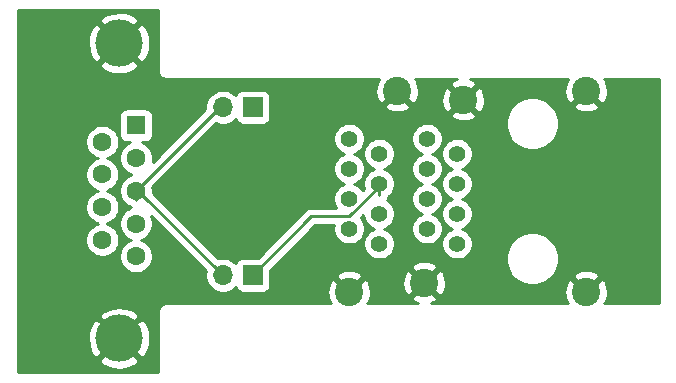
<source format=gbr>
%TF.GenerationSoftware,KiCad,Pcbnew,(5.1.10-1-10_14)*%
%TF.CreationDate,2021-07-06T11:09:29-07:00*%
%TF.ProjectId,BarixAnalogDB9-RJ45,42617269-7841-46e6-916c-6f674442392d,rev?*%
%TF.SameCoordinates,Original*%
%TF.FileFunction,Copper,L2,Bot*%
%TF.FilePolarity,Positive*%
%FSLAX46Y46*%
G04 Gerber Fmt 4.6, Leading zero omitted, Abs format (unit mm)*
G04 Created by KiCad (PCBNEW (5.1.10-1-10_14)) date 2021-07-06 11:09:29*
%MOMM*%
%LPD*%
G01*
G04 APERTURE LIST*
%TA.AperFunction,ComponentPad*%
%ADD10C,1.408000*%
%TD*%
%TA.AperFunction,ComponentPad*%
%ADD11C,2.400000*%
%TD*%
%TA.AperFunction,ComponentPad*%
%ADD12R,1.600000X1.600000*%
%TD*%
%TA.AperFunction,ComponentPad*%
%ADD13C,1.600000*%
%TD*%
%TA.AperFunction,ComponentPad*%
%ADD14C,4.000000*%
%TD*%
%TA.AperFunction,ComponentPad*%
%ADD15R,1.700000X1.700000*%
%TD*%
%TA.AperFunction,ComponentPad*%
%ADD16O,1.700000X1.700000*%
%TD*%
%TA.AperFunction,Conductor*%
%ADD17C,0.250000*%
%TD*%
%TA.AperFunction,Conductor*%
%ADD18C,0.254000*%
%TD*%
%TA.AperFunction,Conductor*%
%ADD19C,0.100000*%
%TD*%
G04 APERTURE END LIST*
D10*
%TO.P,J1,B2*%
%TO.N,Net-(J1-PadB2)*%
X152687000Y-100203000D03*
%TO.P,J1,B4*%
%TO.N,Net-(J1-PadB4)*%
X152687000Y-97663000D03*
%TO.P,J1,B6*%
%TO.N,Net-(J1-PadB6)*%
X152687000Y-95123000D03*
%TO.P,J1,B8*%
%TO.N,N/C*%
X152687000Y-92583000D03*
%TO.P,J1,B7*%
X155227000Y-93853000D03*
%TO.P,J1,B5*%
X155227000Y-96393000D03*
%TO.P,J1,B3*%
%TO.N,Net-(J1-PadB3)*%
X155227000Y-98933000D03*
%TO.P,J1,B1*%
%TO.N,Net-(J1-PadB1)*%
X155227000Y-101473000D03*
D11*
%TO.P,J1,S5*%
%TO.N,GND*%
X166147000Y-105533000D03*
%TO.P,J1,S6*%
X166147000Y-88523000D03*
D10*
%TO.P,J1,A7*%
%TO.N,N/C*%
X146087000Y-100203000D03*
%TO.P,J1,A5*%
X146087000Y-97663000D03*
%TO.P,J1,A3*%
%TO.N,Net-(J1-PadA3)*%
X146087000Y-95123000D03*
%TO.P,J1,A1*%
%TO.N,Net-(J1-PadA1)*%
X146087000Y-92583000D03*
%TO.P,J1,A2*%
%TO.N,Net-(J1-PadA2)*%
X148627000Y-93853000D03*
%TO.P,J1,A4*%
%TO.N,Net-(J1-PadA4)*%
X148627000Y-96393000D03*
%TO.P,J1,A6*%
%TO.N,Net-(J1-PadA6)*%
X148627000Y-98933000D03*
%TO.P,J1,A8*%
%TO.N,N/C*%
X148627000Y-101473000D03*
D11*
%TO.P,J1,S1*%
%TO.N,GND*%
X146087000Y-105533000D03*
%TO.P,J1,S3*%
X152437000Y-104773000D03*
%TO.P,J1,S4*%
X155737000Y-89283000D03*
%TO.P,J1,S2*%
X150147000Y-88523000D03*
%TD*%
D12*
%TO.P,J2,1*%
%TO.N,Net-(J1-PadA1)*%
X128027001Y-91460339D03*
D13*
%TO.P,J2,2*%
%TO.N,Net-(J1-PadA2)*%
X128027001Y-94230339D03*
%TO.P,J2,3*%
%TO.N,Net-(J2-Pad3)*%
X128027001Y-97000339D03*
%TO.P,J2,4*%
%TO.N,Net-(J1-PadB3)*%
X128027001Y-99770339D03*
%TO.P,J2,5*%
%TO.N,Net-(J1-PadB6)*%
X128027001Y-102540339D03*
%TO.P,J2,6*%
%TO.N,Net-(J1-PadA3)*%
X125187001Y-92845339D03*
%TO.P,J2,7*%
%TO.N,Net-(J1-PadA6)*%
X125187001Y-95615339D03*
%TO.P,J2,8*%
%TO.N,Net-(J1-PadB1)*%
X125187001Y-98385339D03*
%TO.P,J2,9*%
%TO.N,Net-(J1-PadB2)*%
X125187001Y-101155339D03*
D14*
%TO.P,J2,0*%
%TO.N,GND*%
X126607001Y-84500339D03*
X126607001Y-109500339D03*
%TD*%
D15*
%TO.P,JP1,1*%
%TO.N,Net-(J1-PadA4)*%
X137922000Y-104140000D03*
D16*
%TO.P,JP1,2*%
%TO.N,Net-(J2-Pad3)*%
X135382000Y-104140000D03*
%TD*%
%TO.P,JP2,2*%
%TO.N,Net-(J2-Pad3)*%
X135382000Y-89916000D03*
D15*
%TO.P,JP2,1*%
%TO.N,Net-(J1-PadB4)*%
X137922000Y-89916000D03*
%TD*%
D17*
%TO.N,Net-(J1-PadA4)*%
X148627000Y-96393000D02*
X148627000Y-97388606D01*
X148627000Y-96645922D02*
X148627000Y-96393000D01*
X146098923Y-99173999D02*
X148627000Y-96645922D01*
X142888001Y-99173999D02*
X146098923Y-99173999D01*
X137922000Y-104140000D02*
X142888001Y-99173999D01*
%TO.N,Net-(J2-Pad3)*%
X128027001Y-97801001D02*
X128027001Y-97000339D01*
X128027001Y-97000339D02*
X135382000Y-89645340D01*
X128242339Y-97000339D02*
X128027001Y-97000339D01*
X135382000Y-104140000D02*
X128242339Y-97000339D01*
%TD*%
D18*
%TO.N,GND*%
X129896001Y-86835571D02*
X129892807Y-86868000D01*
X129905550Y-86997383D01*
X129943290Y-87121793D01*
X130004575Y-87236450D01*
X130087052Y-87336948D01*
X130187550Y-87419425D01*
X130302207Y-87480710D01*
X130426617Y-87518450D01*
X130523581Y-87528000D01*
X130556000Y-87531193D01*
X130588419Y-87528000D01*
X148623402Y-87528000D01*
X148584164Y-87544514D01*
X148423301Y-87868210D01*
X148328678Y-88217069D01*
X148303933Y-88577684D01*
X148350015Y-88936198D01*
X148465154Y-89278833D01*
X148584164Y-89501486D01*
X148869020Y-89621374D01*
X149967395Y-88523000D01*
X149953252Y-88508858D01*
X150132858Y-88329252D01*
X150147000Y-88343395D01*
X150161142Y-88329252D01*
X150340748Y-88508858D01*
X150326605Y-88523000D01*
X151424980Y-89621374D01*
X151709836Y-89501486D01*
X151791238Y-89337684D01*
X153893933Y-89337684D01*
X153940015Y-89696198D01*
X154055154Y-90038833D01*
X154174164Y-90261486D01*
X154459020Y-90381374D01*
X155557395Y-89283000D01*
X155916605Y-89283000D01*
X157014980Y-90381374D01*
X157299836Y-90261486D01*
X157460699Y-89937790D01*
X157555322Y-89588931D01*
X157580067Y-89228316D01*
X157533985Y-88869802D01*
X157418846Y-88527167D01*
X157299836Y-88304514D01*
X157014980Y-88184626D01*
X155916605Y-89283000D01*
X155557395Y-89283000D01*
X154459020Y-88184626D01*
X154174164Y-88304514D01*
X154013301Y-88628210D01*
X153918678Y-88977069D01*
X153893933Y-89337684D01*
X151791238Y-89337684D01*
X151870699Y-89177790D01*
X151965322Y-88828931D01*
X151990067Y-88468316D01*
X151943985Y-88109802D01*
X151828846Y-87767167D01*
X151709836Y-87544514D01*
X151670598Y-87528000D01*
X155198861Y-87528000D01*
X154981167Y-87601154D01*
X154758514Y-87720164D01*
X154638626Y-88005020D01*
X155737000Y-89103395D01*
X156835374Y-88005020D01*
X156715486Y-87720164D01*
X156391790Y-87559301D01*
X156276389Y-87528000D01*
X164623402Y-87528000D01*
X164584164Y-87544514D01*
X164423301Y-87868210D01*
X164328678Y-88217069D01*
X164303933Y-88577684D01*
X164350015Y-88936198D01*
X164465154Y-89278833D01*
X164584164Y-89501486D01*
X164869020Y-89621374D01*
X165967395Y-88523000D01*
X165953252Y-88508858D01*
X166132858Y-88329252D01*
X166147000Y-88343395D01*
X166161142Y-88329252D01*
X166340748Y-88508858D01*
X166326605Y-88523000D01*
X167424980Y-89621374D01*
X167709836Y-89501486D01*
X167870699Y-89177790D01*
X167965322Y-88828931D01*
X167990067Y-88468316D01*
X167943985Y-88109802D01*
X167828846Y-87767167D01*
X167709836Y-87544514D01*
X167670598Y-87528000D01*
X172314000Y-87528000D01*
X172314001Y-106528000D01*
X167670598Y-106528000D01*
X167709836Y-106511486D01*
X167870699Y-106187790D01*
X167965322Y-105838931D01*
X167990067Y-105478316D01*
X167943985Y-105119802D01*
X167828846Y-104777167D01*
X167709836Y-104554514D01*
X167424980Y-104434626D01*
X166326605Y-105533000D01*
X166340748Y-105547142D01*
X166161142Y-105726748D01*
X166147000Y-105712605D01*
X166132858Y-105726748D01*
X165953252Y-105547142D01*
X165967395Y-105533000D01*
X164869020Y-104434626D01*
X164584164Y-104554514D01*
X164423301Y-104878210D01*
X164328678Y-105227069D01*
X164303933Y-105587684D01*
X164350015Y-105946198D01*
X164465154Y-106288833D01*
X164584164Y-106511486D01*
X164623402Y-106528000D01*
X152975139Y-106528000D01*
X153192833Y-106454846D01*
X153415486Y-106335836D01*
X153535374Y-106050980D01*
X152437000Y-104952605D01*
X151338626Y-106050980D01*
X151458514Y-106335836D01*
X151782210Y-106496699D01*
X151897611Y-106528000D01*
X147610598Y-106528000D01*
X147649836Y-106511486D01*
X147810699Y-106187790D01*
X147905322Y-105838931D01*
X147930067Y-105478316D01*
X147883985Y-105119802D01*
X147785822Y-104827684D01*
X150593933Y-104827684D01*
X150640015Y-105186198D01*
X150755154Y-105528833D01*
X150874164Y-105751486D01*
X151159020Y-105871374D01*
X152257395Y-104773000D01*
X152616605Y-104773000D01*
X153714980Y-105871374D01*
X153999836Y-105751486D01*
X154160699Y-105427790D01*
X154255322Y-105078931D01*
X154280067Y-104718316D01*
X154233985Y-104359802D01*
X154118846Y-104017167D01*
X153999836Y-103794514D01*
X153714980Y-103674626D01*
X152616605Y-104773000D01*
X152257395Y-104773000D01*
X151159020Y-103674626D01*
X150874164Y-103794514D01*
X150713301Y-104118210D01*
X150618678Y-104467069D01*
X150593933Y-104827684D01*
X147785822Y-104827684D01*
X147768846Y-104777167D01*
X147649836Y-104554514D01*
X147364980Y-104434626D01*
X146266605Y-105533000D01*
X146280748Y-105547142D01*
X146101142Y-105726748D01*
X146087000Y-105712605D01*
X146072858Y-105726748D01*
X145893252Y-105547142D01*
X145907395Y-105533000D01*
X144809020Y-104434626D01*
X144524164Y-104554514D01*
X144363301Y-104878210D01*
X144268678Y-105227069D01*
X144243933Y-105587684D01*
X144290015Y-105946198D01*
X144405154Y-106288833D01*
X144524164Y-106511486D01*
X144563402Y-106528000D01*
X130588419Y-106528000D01*
X130556000Y-106524807D01*
X130523581Y-106528000D01*
X130426617Y-106537550D01*
X130302207Y-106575290D01*
X130187550Y-106636575D01*
X130087052Y-106719052D01*
X130004575Y-106819550D01*
X129943290Y-106934207D01*
X129905550Y-107058617D01*
X129892807Y-107188000D01*
X129896000Y-107220419D01*
X129896001Y-112370000D01*
X118008000Y-112370000D01*
X118008000Y-111347838D01*
X124939107Y-111347838D01*
X125155229Y-111714597D01*
X125615106Y-111955277D01*
X126113099Y-112101614D01*
X126630072Y-112147987D01*
X127146160Y-112092612D01*
X127641527Y-111937618D01*
X128058773Y-111714597D01*
X128274895Y-111347838D01*
X126607001Y-109679944D01*
X124939107Y-111347838D01*
X118008000Y-111347838D01*
X118008000Y-109523410D01*
X123959353Y-109523410D01*
X124014728Y-110039498D01*
X124169722Y-110534865D01*
X124392743Y-110952111D01*
X124759502Y-111168233D01*
X126427396Y-109500339D01*
X126786606Y-109500339D01*
X128454500Y-111168233D01*
X128821259Y-110952111D01*
X129061939Y-110492234D01*
X129208276Y-109994241D01*
X129254649Y-109477268D01*
X129199274Y-108961180D01*
X129044280Y-108465813D01*
X128821259Y-108048567D01*
X128454500Y-107832445D01*
X126786606Y-109500339D01*
X126427396Y-109500339D01*
X124759502Y-107832445D01*
X124392743Y-108048567D01*
X124152063Y-108508444D01*
X124005726Y-109006437D01*
X123959353Y-109523410D01*
X118008000Y-109523410D01*
X118008000Y-107652840D01*
X124939107Y-107652840D01*
X126607001Y-109320734D01*
X128274895Y-107652840D01*
X128058773Y-107286081D01*
X127598896Y-107045401D01*
X127100903Y-106899064D01*
X126583930Y-106852691D01*
X126067842Y-106908066D01*
X125572475Y-107063060D01*
X125155229Y-107286081D01*
X124939107Y-107652840D01*
X118008000Y-107652840D01*
X118008000Y-92704004D01*
X123752001Y-92704004D01*
X123752001Y-92986674D01*
X123807148Y-93263913D01*
X123915321Y-93525066D01*
X124072364Y-93760098D01*
X124272242Y-93959976D01*
X124507274Y-94117019D01*
X124768427Y-94225192D01*
X124794302Y-94230339D01*
X124768427Y-94235486D01*
X124507274Y-94343659D01*
X124272242Y-94500702D01*
X124072364Y-94700580D01*
X123915321Y-94935612D01*
X123807148Y-95196765D01*
X123752001Y-95474004D01*
X123752001Y-95756674D01*
X123807148Y-96033913D01*
X123915321Y-96295066D01*
X124072364Y-96530098D01*
X124272242Y-96729976D01*
X124507274Y-96887019D01*
X124768427Y-96995192D01*
X124794302Y-97000339D01*
X124768427Y-97005486D01*
X124507274Y-97113659D01*
X124272242Y-97270702D01*
X124072364Y-97470580D01*
X123915321Y-97705612D01*
X123807148Y-97966765D01*
X123752001Y-98244004D01*
X123752001Y-98526674D01*
X123807148Y-98803913D01*
X123915321Y-99065066D01*
X124072364Y-99300098D01*
X124272242Y-99499976D01*
X124507274Y-99657019D01*
X124768427Y-99765192D01*
X124794302Y-99770339D01*
X124768427Y-99775486D01*
X124507274Y-99883659D01*
X124272242Y-100040702D01*
X124072364Y-100240580D01*
X123915321Y-100475612D01*
X123807148Y-100736765D01*
X123752001Y-101014004D01*
X123752001Y-101296674D01*
X123807148Y-101573913D01*
X123915321Y-101835066D01*
X124072364Y-102070098D01*
X124272242Y-102269976D01*
X124507274Y-102427019D01*
X124768427Y-102535192D01*
X125045666Y-102590339D01*
X125328336Y-102590339D01*
X125605575Y-102535192D01*
X125866728Y-102427019D01*
X126101760Y-102269976D01*
X126301638Y-102070098D01*
X126458681Y-101835066D01*
X126566854Y-101573913D01*
X126622001Y-101296674D01*
X126622001Y-101014004D01*
X126566854Y-100736765D01*
X126458681Y-100475612D01*
X126301638Y-100240580D01*
X126101760Y-100040702D01*
X125866728Y-99883659D01*
X125605575Y-99775486D01*
X125579700Y-99770339D01*
X125605575Y-99765192D01*
X125866728Y-99657019D01*
X126101760Y-99499976D01*
X126301638Y-99300098D01*
X126458681Y-99065066D01*
X126566854Y-98803913D01*
X126622001Y-98526674D01*
X126622001Y-98244004D01*
X126566854Y-97966765D01*
X126458681Y-97705612D01*
X126301638Y-97470580D01*
X126101760Y-97270702D01*
X125866728Y-97113659D01*
X125605575Y-97005486D01*
X125579700Y-97000339D01*
X125605575Y-96995192D01*
X125866728Y-96887019D01*
X126101760Y-96729976D01*
X126301638Y-96530098D01*
X126458681Y-96295066D01*
X126566854Y-96033913D01*
X126622001Y-95756674D01*
X126622001Y-95474004D01*
X126566854Y-95196765D01*
X126458681Y-94935612D01*
X126301638Y-94700580D01*
X126101760Y-94500702D01*
X125866728Y-94343659D01*
X125605575Y-94235486D01*
X125579700Y-94230339D01*
X125605575Y-94225192D01*
X125866728Y-94117019D01*
X126101760Y-93959976D01*
X126301638Y-93760098D01*
X126458681Y-93525066D01*
X126566854Y-93263913D01*
X126622001Y-92986674D01*
X126622001Y-92704004D01*
X126566854Y-92426765D01*
X126458681Y-92165612D01*
X126301638Y-91930580D01*
X126101760Y-91730702D01*
X125866728Y-91573659D01*
X125605575Y-91465486D01*
X125328336Y-91410339D01*
X125045666Y-91410339D01*
X124768427Y-91465486D01*
X124507274Y-91573659D01*
X124272242Y-91730702D01*
X124072364Y-91930580D01*
X123915321Y-92165612D01*
X123807148Y-92426765D01*
X123752001Y-92704004D01*
X118008000Y-92704004D01*
X118008000Y-90660339D01*
X126588929Y-90660339D01*
X126588929Y-92260339D01*
X126601189Y-92384821D01*
X126637499Y-92504519D01*
X126696464Y-92614833D01*
X126775816Y-92711524D01*
X126872507Y-92790876D01*
X126982821Y-92849841D01*
X127102519Y-92886151D01*
X127227001Y-92898411D01*
X127492726Y-92898411D01*
X127347274Y-92958659D01*
X127112242Y-93115702D01*
X126912364Y-93315580D01*
X126755321Y-93550612D01*
X126647148Y-93811765D01*
X126592001Y-94089004D01*
X126592001Y-94371674D01*
X126647148Y-94648913D01*
X126755321Y-94910066D01*
X126912364Y-95145098D01*
X127112242Y-95344976D01*
X127347274Y-95502019D01*
X127608427Y-95610192D01*
X127634302Y-95615339D01*
X127608427Y-95620486D01*
X127347274Y-95728659D01*
X127112242Y-95885702D01*
X126912364Y-96085580D01*
X126755321Y-96320612D01*
X126647148Y-96581765D01*
X126592001Y-96859004D01*
X126592001Y-97141674D01*
X126647148Y-97418913D01*
X126755321Y-97680066D01*
X126912364Y-97915098D01*
X127112242Y-98114976D01*
X127347274Y-98272019D01*
X127473191Y-98324175D01*
X127487000Y-98341002D01*
X127567801Y-98407314D01*
X127347274Y-98498659D01*
X127112242Y-98655702D01*
X126912364Y-98855580D01*
X126755321Y-99090612D01*
X126647148Y-99351765D01*
X126592001Y-99629004D01*
X126592001Y-99911674D01*
X126647148Y-100188913D01*
X126755321Y-100450066D01*
X126912364Y-100685098D01*
X127112242Y-100884976D01*
X127347274Y-101042019D01*
X127608427Y-101150192D01*
X127634302Y-101155339D01*
X127608427Y-101160486D01*
X127347274Y-101268659D01*
X127112242Y-101425702D01*
X126912364Y-101625580D01*
X126755321Y-101860612D01*
X126647148Y-102121765D01*
X126592001Y-102399004D01*
X126592001Y-102681674D01*
X126647148Y-102958913D01*
X126755321Y-103220066D01*
X126912364Y-103455098D01*
X127112242Y-103654976D01*
X127347274Y-103812019D01*
X127608427Y-103920192D01*
X127885666Y-103975339D01*
X128168336Y-103975339D01*
X128445575Y-103920192D01*
X128706728Y-103812019D01*
X128941760Y-103654976D01*
X129141638Y-103455098D01*
X129298681Y-103220066D01*
X129406854Y-102958913D01*
X129462001Y-102681674D01*
X129462001Y-102399004D01*
X129406854Y-102121765D01*
X129298681Y-101860612D01*
X129141638Y-101625580D01*
X128941760Y-101425702D01*
X128706728Y-101268659D01*
X128445575Y-101160486D01*
X128419700Y-101155339D01*
X128445575Y-101150192D01*
X128706728Y-101042019D01*
X128941760Y-100884976D01*
X129141638Y-100685098D01*
X129298681Y-100450066D01*
X129406854Y-100188913D01*
X129462001Y-99911674D01*
X129462001Y-99629004D01*
X129406854Y-99351765D01*
X129327581Y-99160382D01*
X133940790Y-103773593D01*
X133897000Y-103993740D01*
X133897000Y-104286260D01*
X133954068Y-104573158D01*
X134066010Y-104843411D01*
X134228525Y-105086632D01*
X134435368Y-105293475D01*
X134678589Y-105455990D01*
X134948842Y-105567932D01*
X135235740Y-105625000D01*
X135528260Y-105625000D01*
X135815158Y-105567932D01*
X136085411Y-105455990D01*
X136328632Y-105293475D01*
X136460487Y-105161620D01*
X136482498Y-105234180D01*
X136541463Y-105344494D01*
X136620815Y-105441185D01*
X136717506Y-105520537D01*
X136827820Y-105579502D01*
X136947518Y-105615812D01*
X137072000Y-105628072D01*
X138772000Y-105628072D01*
X138896482Y-105615812D01*
X139016180Y-105579502D01*
X139126494Y-105520537D01*
X139223185Y-105441185D01*
X139302537Y-105344494D01*
X139361502Y-105234180D01*
X139397812Y-105114482D01*
X139410072Y-104990000D01*
X139410072Y-104255020D01*
X144988626Y-104255020D01*
X146087000Y-105353395D01*
X147185374Y-104255020D01*
X147065486Y-103970164D01*
X146741790Y-103809301D01*
X146392931Y-103714678D01*
X146032316Y-103689933D01*
X145673802Y-103736015D01*
X145331167Y-103851154D01*
X145108514Y-103970164D01*
X144988626Y-104255020D01*
X139410072Y-104255020D01*
X139410072Y-103726729D01*
X139641781Y-103495020D01*
X151338626Y-103495020D01*
X152437000Y-104593395D01*
X153535374Y-103495020D01*
X153415486Y-103210164D01*
X153091790Y-103049301D01*
X152742931Y-102954678D01*
X152382316Y-102929933D01*
X152023802Y-102976015D01*
X151681167Y-103091154D01*
X151458514Y-103210164D01*
X151338626Y-103495020D01*
X139641781Y-103495020D01*
X143202803Y-99933999D01*
X144775275Y-99933999D01*
X144748000Y-100071120D01*
X144748000Y-100334880D01*
X144799457Y-100593572D01*
X144900393Y-100837254D01*
X145046931Y-101056563D01*
X145233437Y-101243069D01*
X145452746Y-101389607D01*
X145696428Y-101490543D01*
X145955120Y-101542000D01*
X146218880Y-101542000D01*
X146477572Y-101490543D01*
X146721254Y-101389607D01*
X146940563Y-101243069D01*
X147127069Y-101056563D01*
X147273607Y-100837254D01*
X147374543Y-100593572D01*
X147426000Y-100334880D01*
X147426000Y-100071120D01*
X147374543Y-99812428D01*
X147273607Y-99568746D01*
X147127069Y-99349437D01*
X147062678Y-99285046D01*
X147288000Y-99059723D01*
X147288000Y-99064880D01*
X147339457Y-99323572D01*
X147440393Y-99567254D01*
X147586931Y-99786563D01*
X147773437Y-99973069D01*
X147992746Y-100119607D01*
X148194075Y-100203000D01*
X147992746Y-100286393D01*
X147773437Y-100432931D01*
X147586931Y-100619437D01*
X147440393Y-100838746D01*
X147339457Y-101082428D01*
X147288000Y-101341120D01*
X147288000Y-101604880D01*
X147339457Y-101863572D01*
X147440393Y-102107254D01*
X147586931Y-102326563D01*
X147773437Y-102513069D01*
X147992746Y-102659607D01*
X148236428Y-102760543D01*
X148495120Y-102812000D01*
X148758880Y-102812000D01*
X149017572Y-102760543D01*
X149261254Y-102659607D01*
X149480563Y-102513069D01*
X149667069Y-102326563D01*
X149813607Y-102107254D01*
X149914543Y-101863572D01*
X149966000Y-101604880D01*
X149966000Y-101341120D01*
X149914543Y-101082428D01*
X149813607Y-100838746D01*
X149667069Y-100619437D01*
X149480563Y-100432931D01*
X149261254Y-100286393D01*
X149059925Y-100203000D01*
X149261254Y-100119607D01*
X149480563Y-99973069D01*
X149667069Y-99786563D01*
X149813607Y-99567254D01*
X149914543Y-99323572D01*
X149966000Y-99064880D01*
X149966000Y-98801120D01*
X149914543Y-98542428D01*
X149813607Y-98298746D01*
X149667069Y-98079437D01*
X149480563Y-97892931D01*
X149287971Y-97764245D01*
X149332546Y-97680853D01*
X149376003Y-97537592D01*
X149379657Y-97500492D01*
X149480563Y-97433069D01*
X149667069Y-97246563D01*
X149813607Y-97027254D01*
X149914543Y-96783572D01*
X149966000Y-96524880D01*
X149966000Y-96261120D01*
X149914543Y-96002428D01*
X149813607Y-95758746D01*
X149667069Y-95539437D01*
X149480563Y-95352931D01*
X149261254Y-95206393D01*
X149059925Y-95123000D01*
X149261254Y-95039607D01*
X149480563Y-94893069D01*
X149667069Y-94706563D01*
X149813607Y-94487254D01*
X149914543Y-94243572D01*
X149966000Y-93984880D01*
X149966000Y-93721120D01*
X149914543Y-93462428D01*
X149813607Y-93218746D01*
X149667069Y-92999437D01*
X149480563Y-92812931D01*
X149261254Y-92666393D01*
X149017572Y-92565457D01*
X148758880Y-92514000D01*
X148495120Y-92514000D01*
X148236428Y-92565457D01*
X147992746Y-92666393D01*
X147773437Y-92812931D01*
X147586931Y-92999437D01*
X147440393Y-93218746D01*
X147339457Y-93462428D01*
X147288000Y-93721120D01*
X147288000Y-93984880D01*
X147339457Y-94243572D01*
X147440393Y-94487254D01*
X147586931Y-94706563D01*
X147773437Y-94893069D01*
X147992746Y-95039607D01*
X148194075Y-95123000D01*
X147992746Y-95206393D01*
X147773437Y-95352931D01*
X147586931Y-95539437D01*
X147440393Y-95758746D01*
X147339457Y-96002428D01*
X147288000Y-96261120D01*
X147288000Y-96524880D01*
X147339457Y-96783572D01*
X147361451Y-96836670D01*
X147231857Y-96966263D01*
X147127069Y-96809437D01*
X146940563Y-96622931D01*
X146721254Y-96476393D01*
X146519925Y-96393000D01*
X146721254Y-96309607D01*
X146940563Y-96163069D01*
X147127069Y-95976563D01*
X147273607Y-95757254D01*
X147374543Y-95513572D01*
X147426000Y-95254880D01*
X147426000Y-94991120D01*
X147374543Y-94732428D01*
X147273607Y-94488746D01*
X147127069Y-94269437D01*
X146940563Y-94082931D01*
X146721254Y-93936393D01*
X146519925Y-93853000D01*
X146721254Y-93769607D01*
X146940563Y-93623069D01*
X147127069Y-93436563D01*
X147273607Y-93217254D01*
X147374543Y-92973572D01*
X147426000Y-92714880D01*
X147426000Y-92451120D01*
X151348000Y-92451120D01*
X151348000Y-92714880D01*
X151399457Y-92973572D01*
X151500393Y-93217254D01*
X151646931Y-93436563D01*
X151833437Y-93623069D01*
X152052746Y-93769607D01*
X152254075Y-93853000D01*
X152052746Y-93936393D01*
X151833437Y-94082931D01*
X151646931Y-94269437D01*
X151500393Y-94488746D01*
X151399457Y-94732428D01*
X151348000Y-94991120D01*
X151348000Y-95254880D01*
X151399457Y-95513572D01*
X151500393Y-95757254D01*
X151646931Y-95976563D01*
X151833437Y-96163069D01*
X152052746Y-96309607D01*
X152254075Y-96393000D01*
X152052746Y-96476393D01*
X151833437Y-96622931D01*
X151646931Y-96809437D01*
X151500393Y-97028746D01*
X151399457Y-97272428D01*
X151348000Y-97531120D01*
X151348000Y-97794880D01*
X151399457Y-98053572D01*
X151500393Y-98297254D01*
X151646931Y-98516563D01*
X151833437Y-98703069D01*
X152052746Y-98849607D01*
X152254075Y-98933000D01*
X152052746Y-99016393D01*
X151833437Y-99162931D01*
X151646931Y-99349437D01*
X151500393Y-99568746D01*
X151399457Y-99812428D01*
X151348000Y-100071120D01*
X151348000Y-100334880D01*
X151399457Y-100593572D01*
X151500393Y-100837254D01*
X151646931Y-101056563D01*
X151833437Y-101243069D01*
X152052746Y-101389607D01*
X152296428Y-101490543D01*
X152555120Y-101542000D01*
X152818880Y-101542000D01*
X153077572Y-101490543D01*
X153321254Y-101389607D01*
X153540563Y-101243069D01*
X153727069Y-101056563D01*
X153873607Y-100837254D01*
X153974543Y-100593572D01*
X154026000Y-100334880D01*
X154026000Y-100071120D01*
X153974543Y-99812428D01*
X153873607Y-99568746D01*
X153727069Y-99349437D01*
X153540563Y-99162931D01*
X153321254Y-99016393D01*
X153119925Y-98933000D01*
X153321254Y-98849607D01*
X153540563Y-98703069D01*
X153727069Y-98516563D01*
X153873607Y-98297254D01*
X153974543Y-98053572D01*
X154026000Y-97794880D01*
X154026000Y-97531120D01*
X153974543Y-97272428D01*
X153873607Y-97028746D01*
X153727069Y-96809437D01*
X153540563Y-96622931D01*
X153321254Y-96476393D01*
X153119925Y-96393000D01*
X153321254Y-96309607D01*
X153540563Y-96163069D01*
X153727069Y-95976563D01*
X153873607Y-95757254D01*
X153974543Y-95513572D01*
X154026000Y-95254880D01*
X154026000Y-94991120D01*
X153974543Y-94732428D01*
X153873607Y-94488746D01*
X153727069Y-94269437D01*
X153540563Y-94082931D01*
X153321254Y-93936393D01*
X153119925Y-93853000D01*
X153321254Y-93769607D01*
X153393819Y-93721120D01*
X153888000Y-93721120D01*
X153888000Y-93984880D01*
X153939457Y-94243572D01*
X154040393Y-94487254D01*
X154186931Y-94706563D01*
X154373437Y-94893069D01*
X154592746Y-95039607D01*
X154794075Y-95123000D01*
X154592746Y-95206393D01*
X154373437Y-95352931D01*
X154186931Y-95539437D01*
X154040393Y-95758746D01*
X153939457Y-96002428D01*
X153888000Y-96261120D01*
X153888000Y-96524880D01*
X153939457Y-96783572D01*
X154040393Y-97027254D01*
X154186931Y-97246563D01*
X154373437Y-97433069D01*
X154592746Y-97579607D01*
X154794075Y-97663000D01*
X154592746Y-97746393D01*
X154373437Y-97892931D01*
X154186931Y-98079437D01*
X154040393Y-98298746D01*
X153939457Y-98542428D01*
X153888000Y-98801120D01*
X153888000Y-99064880D01*
X153939457Y-99323572D01*
X154040393Y-99567254D01*
X154186931Y-99786563D01*
X154373437Y-99973069D01*
X154592746Y-100119607D01*
X154794075Y-100203000D01*
X154592746Y-100286393D01*
X154373437Y-100432931D01*
X154186931Y-100619437D01*
X154040393Y-100838746D01*
X153939457Y-101082428D01*
X153888000Y-101341120D01*
X153888000Y-101604880D01*
X153939457Y-101863572D01*
X154040393Y-102107254D01*
X154186931Y-102326563D01*
X154373437Y-102513069D01*
X154592746Y-102659607D01*
X154836428Y-102760543D01*
X155095120Y-102812000D01*
X155358880Y-102812000D01*
X155617572Y-102760543D01*
X155861254Y-102659607D01*
X156069577Y-102520409D01*
X159317000Y-102520409D01*
X159317000Y-102965591D01*
X159403851Y-103402218D01*
X159574214Y-103813511D01*
X159821544Y-104183666D01*
X160136334Y-104498456D01*
X160506489Y-104745786D01*
X160917782Y-104916149D01*
X161354409Y-105003000D01*
X161799591Y-105003000D01*
X162236218Y-104916149D01*
X162647511Y-104745786D01*
X163017666Y-104498456D01*
X163261102Y-104255020D01*
X165048626Y-104255020D01*
X166147000Y-105353395D01*
X167245374Y-104255020D01*
X167125486Y-103970164D01*
X166801790Y-103809301D01*
X166452931Y-103714678D01*
X166092316Y-103689933D01*
X165733802Y-103736015D01*
X165391167Y-103851154D01*
X165168514Y-103970164D01*
X165048626Y-104255020D01*
X163261102Y-104255020D01*
X163332456Y-104183666D01*
X163579786Y-103813511D01*
X163750149Y-103402218D01*
X163837000Y-102965591D01*
X163837000Y-102520409D01*
X163750149Y-102083782D01*
X163579786Y-101672489D01*
X163332456Y-101302334D01*
X163017666Y-100987544D01*
X162647511Y-100740214D01*
X162236218Y-100569851D01*
X161799591Y-100483000D01*
X161354409Y-100483000D01*
X160917782Y-100569851D01*
X160506489Y-100740214D01*
X160136334Y-100987544D01*
X159821544Y-101302334D01*
X159574214Y-101672489D01*
X159403851Y-102083782D01*
X159317000Y-102520409D01*
X156069577Y-102520409D01*
X156080563Y-102513069D01*
X156267069Y-102326563D01*
X156413607Y-102107254D01*
X156514543Y-101863572D01*
X156566000Y-101604880D01*
X156566000Y-101341120D01*
X156514543Y-101082428D01*
X156413607Y-100838746D01*
X156267069Y-100619437D01*
X156080563Y-100432931D01*
X155861254Y-100286393D01*
X155659925Y-100203000D01*
X155861254Y-100119607D01*
X156080563Y-99973069D01*
X156267069Y-99786563D01*
X156413607Y-99567254D01*
X156514543Y-99323572D01*
X156566000Y-99064880D01*
X156566000Y-98801120D01*
X156514543Y-98542428D01*
X156413607Y-98298746D01*
X156267069Y-98079437D01*
X156080563Y-97892931D01*
X155861254Y-97746393D01*
X155659925Y-97663000D01*
X155861254Y-97579607D01*
X156080563Y-97433069D01*
X156267069Y-97246563D01*
X156413607Y-97027254D01*
X156514543Y-96783572D01*
X156566000Y-96524880D01*
X156566000Y-96261120D01*
X156514543Y-96002428D01*
X156413607Y-95758746D01*
X156267069Y-95539437D01*
X156080563Y-95352931D01*
X155861254Y-95206393D01*
X155659925Y-95123000D01*
X155861254Y-95039607D01*
X156080563Y-94893069D01*
X156267069Y-94706563D01*
X156413607Y-94487254D01*
X156514543Y-94243572D01*
X156566000Y-93984880D01*
X156566000Y-93721120D01*
X156514543Y-93462428D01*
X156413607Y-93218746D01*
X156267069Y-92999437D01*
X156080563Y-92812931D01*
X155861254Y-92666393D01*
X155617572Y-92565457D01*
X155358880Y-92514000D01*
X155095120Y-92514000D01*
X154836428Y-92565457D01*
X154592746Y-92666393D01*
X154373437Y-92812931D01*
X154186931Y-92999437D01*
X154040393Y-93218746D01*
X153939457Y-93462428D01*
X153888000Y-93721120D01*
X153393819Y-93721120D01*
X153540563Y-93623069D01*
X153727069Y-93436563D01*
X153873607Y-93217254D01*
X153974543Y-92973572D01*
X154026000Y-92714880D01*
X154026000Y-92451120D01*
X153974543Y-92192428D01*
X153873607Y-91948746D01*
X153727069Y-91729437D01*
X153540563Y-91542931D01*
X153321254Y-91396393D01*
X153077572Y-91295457D01*
X152818880Y-91244000D01*
X152555120Y-91244000D01*
X152296428Y-91295457D01*
X152052746Y-91396393D01*
X151833437Y-91542931D01*
X151646931Y-91729437D01*
X151500393Y-91948746D01*
X151399457Y-92192428D01*
X151348000Y-92451120D01*
X147426000Y-92451120D01*
X147374543Y-92192428D01*
X147273607Y-91948746D01*
X147127069Y-91729437D01*
X146940563Y-91542931D01*
X146721254Y-91396393D01*
X146477572Y-91295457D01*
X146218880Y-91244000D01*
X145955120Y-91244000D01*
X145696428Y-91295457D01*
X145452746Y-91396393D01*
X145233437Y-91542931D01*
X145046931Y-91729437D01*
X144900393Y-91948746D01*
X144799457Y-92192428D01*
X144748000Y-92451120D01*
X144748000Y-92714880D01*
X144799457Y-92973572D01*
X144900393Y-93217254D01*
X145046931Y-93436563D01*
X145233437Y-93623069D01*
X145452746Y-93769607D01*
X145654075Y-93853000D01*
X145452746Y-93936393D01*
X145233437Y-94082931D01*
X145046931Y-94269437D01*
X144900393Y-94488746D01*
X144799457Y-94732428D01*
X144748000Y-94991120D01*
X144748000Y-95254880D01*
X144799457Y-95513572D01*
X144900393Y-95757254D01*
X145046931Y-95976563D01*
X145233437Y-96163069D01*
X145452746Y-96309607D01*
X145654075Y-96393000D01*
X145452746Y-96476393D01*
X145233437Y-96622931D01*
X145046931Y-96809437D01*
X144900393Y-97028746D01*
X144799457Y-97272428D01*
X144748000Y-97531120D01*
X144748000Y-97794880D01*
X144799457Y-98053572D01*
X144900393Y-98297254D01*
X144978400Y-98413999D01*
X142925324Y-98413999D01*
X142888001Y-98410323D01*
X142850678Y-98413999D01*
X142850668Y-98413999D01*
X142739015Y-98424996D01*
X142595754Y-98468453D01*
X142463724Y-98539025D01*
X142380084Y-98607667D01*
X142348000Y-98633998D01*
X142324202Y-98662996D01*
X138335271Y-102651928D01*
X137072000Y-102651928D01*
X136947518Y-102664188D01*
X136827820Y-102700498D01*
X136717506Y-102759463D01*
X136620815Y-102838815D01*
X136541463Y-102935506D01*
X136482498Y-103045820D01*
X136460487Y-103118380D01*
X136328632Y-102986525D01*
X136085411Y-102824010D01*
X135815158Y-102712068D01*
X135528260Y-102655000D01*
X135235740Y-102655000D01*
X135015593Y-102698790D01*
X129461416Y-97144615D01*
X129462001Y-97141674D01*
X129462001Y-96859004D01*
X129425689Y-96676452D01*
X134814045Y-91288097D01*
X134948842Y-91343932D01*
X135235740Y-91401000D01*
X135528260Y-91401000D01*
X135815158Y-91343932D01*
X136085411Y-91231990D01*
X136328632Y-91069475D01*
X136460487Y-90937620D01*
X136482498Y-91010180D01*
X136541463Y-91120494D01*
X136620815Y-91217185D01*
X136717506Y-91296537D01*
X136827820Y-91355502D01*
X136947518Y-91391812D01*
X137072000Y-91404072D01*
X138772000Y-91404072D01*
X138896482Y-91391812D01*
X139016180Y-91355502D01*
X139126494Y-91296537D01*
X139223185Y-91217185D01*
X139302537Y-91120494D01*
X139361502Y-91010180D01*
X139397812Y-90890482D01*
X139410072Y-90766000D01*
X139410072Y-90560980D01*
X154638626Y-90560980D01*
X154758514Y-90845836D01*
X155082210Y-91006699D01*
X155431069Y-91101322D01*
X155791684Y-91126067D01*
X156069100Y-91090409D01*
X159317000Y-91090409D01*
X159317000Y-91535591D01*
X159403851Y-91972218D01*
X159574214Y-92383511D01*
X159821544Y-92753666D01*
X160136334Y-93068456D01*
X160506489Y-93315786D01*
X160917782Y-93486149D01*
X161354409Y-93573000D01*
X161799591Y-93573000D01*
X162236218Y-93486149D01*
X162647511Y-93315786D01*
X163017666Y-93068456D01*
X163332456Y-92753666D01*
X163579786Y-92383511D01*
X163750149Y-91972218D01*
X163837000Y-91535591D01*
X163837000Y-91090409D01*
X163750149Y-90653782D01*
X163579786Y-90242489D01*
X163332456Y-89872334D01*
X163261102Y-89800980D01*
X165048626Y-89800980D01*
X165168514Y-90085836D01*
X165492210Y-90246699D01*
X165841069Y-90341322D01*
X166201684Y-90366067D01*
X166560198Y-90319985D01*
X166902833Y-90204846D01*
X167125486Y-90085836D01*
X167245374Y-89800980D01*
X166147000Y-88702605D01*
X165048626Y-89800980D01*
X163261102Y-89800980D01*
X163017666Y-89557544D01*
X162647511Y-89310214D01*
X162236218Y-89139851D01*
X161799591Y-89053000D01*
X161354409Y-89053000D01*
X160917782Y-89139851D01*
X160506489Y-89310214D01*
X160136334Y-89557544D01*
X159821544Y-89872334D01*
X159574214Y-90242489D01*
X159403851Y-90653782D01*
X159317000Y-91090409D01*
X156069100Y-91090409D01*
X156150198Y-91079985D01*
X156492833Y-90964846D01*
X156715486Y-90845836D01*
X156835374Y-90560980D01*
X155737000Y-89462605D01*
X154638626Y-90560980D01*
X139410072Y-90560980D01*
X139410072Y-89800980D01*
X149048626Y-89800980D01*
X149168514Y-90085836D01*
X149492210Y-90246699D01*
X149841069Y-90341322D01*
X150201684Y-90366067D01*
X150560198Y-90319985D01*
X150902833Y-90204846D01*
X151125486Y-90085836D01*
X151245374Y-89800980D01*
X150147000Y-88702605D01*
X149048626Y-89800980D01*
X139410072Y-89800980D01*
X139410072Y-89066000D01*
X139397812Y-88941518D01*
X139361502Y-88821820D01*
X139302537Y-88711506D01*
X139223185Y-88614815D01*
X139126494Y-88535463D01*
X139016180Y-88476498D01*
X138896482Y-88440188D01*
X138772000Y-88427928D01*
X137072000Y-88427928D01*
X136947518Y-88440188D01*
X136827820Y-88476498D01*
X136717506Y-88535463D01*
X136620815Y-88614815D01*
X136541463Y-88711506D01*
X136482498Y-88821820D01*
X136460487Y-88894380D01*
X136328632Y-88762525D01*
X136085411Y-88600010D01*
X135815158Y-88488068D01*
X135528260Y-88431000D01*
X135235740Y-88431000D01*
X134948842Y-88488068D01*
X134678589Y-88600010D01*
X134435368Y-88762525D01*
X134228525Y-88969368D01*
X134066010Y-89212589D01*
X133954068Y-89482842D01*
X133897000Y-89769740D01*
X133897000Y-90055538D01*
X129432486Y-94520052D01*
X129462001Y-94371674D01*
X129462001Y-94089004D01*
X129406854Y-93811765D01*
X129298681Y-93550612D01*
X129141638Y-93315580D01*
X128941760Y-93115702D01*
X128706728Y-92958659D01*
X128561276Y-92898411D01*
X128827001Y-92898411D01*
X128951483Y-92886151D01*
X129071181Y-92849841D01*
X129181495Y-92790876D01*
X129278186Y-92711524D01*
X129357538Y-92614833D01*
X129416503Y-92504519D01*
X129452813Y-92384821D01*
X129465073Y-92260339D01*
X129465073Y-90660339D01*
X129452813Y-90535857D01*
X129416503Y-90416159D01*
X129357538Y-90305845D01*
X129278186Y-90209154D01*
X129181495Y-90129802D01*
X129071181Y-90070837D01*
X128951483Y-90034527D01*
X128827001Y-90022267D01*
X127227001Y-90022267D01*
X127102519Y-90034527D01*
X126982821Y-90070837D01*
X126872507Y-90129802D01*
X126775816Y-90209154D01*
X126696464Y-90305845D01*
X126637499Y-90416159D01*
X126601189Y-90535857D01*
X126588929Y-90660339D01*
X118008000Y-90660339D01*
X118008000Y-86347838D01*
X124939107Y-86347838D01*
X125155229Y-86714597D01*
X125615106Y-86955277D01*
X126113099Y-87101614D01*
X126630072Y-87147987D01*
X127146160Y-87092612D01*
X127641527Y-86937618D01*
X128058773Y-86714597D01*
X128274895Y-86347838D01*
X126607001Y-84679944D01*
X124939107Y-86347838D01*
X118008000Y-86347838D01*
X118008000Y-84523410D01*
X123959353Y-84523410D01*
X124014728Y-85039498D01*
X124169722Y-85534865D01*
X124392743Y-85952111D01*
X124759502Y-86168233D01*
X126427396Y-84500339D01*
X126786606Y-84500339D01*
X128454500Y-86168233D01*
X128821259Y-85952111D01*
X129061939Y-85492234D01*
X129208276Y-84994241D01*
X129254649Y-84477268D01*
X129199274Y-83961180D01*
X129044280Y-83465813D01*
X128821259Y-83048567D01*
X128454500Y-82832445D01*
X126786606Y-84500339D01*
X126427396Y-84500339D01*
X124759502Y-82832445D01*
X124392743Y-83048567D01*
X124152063Y-83508444D01*
X124005726Y-84006437D01*
X123959353Y-84523410D01*
X118008000Y-84523410D01*
X118008000Y-82652840D01*
X124939107Y-82652840D01*
X126607001Y-84320734D01*
X128274895Y-82652840D01*
X128058773Y-82286081D01*
X127598896Y-82045401D01*
X127100903Y-81899064D01*
X126583930Y-81852691D01*
X126067842Y-81908066D01*
X125572475Y-82063060D01*
X125155229Y-82286081D01*
X124939107Y-82652840D01*
X118008000Y-82652840D01*
X118008000Y-81686000D01*
X129896000Y-81686000D01*
X129896001Y-86835571D01*
%TA.AperFunction,Conductor*%
D19*
G36*
X129896001Y-86835571D02*
G01*
X129892807Y-86868000D01*
X129905550Y-86997383D01*
X129943290Y-87121793D01*
X130004575Y-87236450D01*
X130087052Y-87336948D01*
X130187550Y-87419425D01*
X130302207Y-87480710D01*
X130426617Y-87518450D01*
X130523581Y-87528000D01*
X130556000Y-87531193D01*
X130588419Y-87528000D01*
X148623402Y-87528000D01*
X148584164Y-87544514D01*
X148423301Y-87868210D01*
X148328678Y-88217069D01*
X148303933Y-88577684D01*
X148350015Y-88936198D01*
X148465154Y-89278833D01*
X148584164Y-89501486D01*
X148869020Y-89621374D01*
X149967395Y-88523000D01*
X149953252Y-88508858D01*
X150132858Y-88329252D01*
X150147000Y-88343395D01*
X150161142Y-88329252D01*
X150340748Y-88508858D01*
X150326605Y-88523000D01*
X151424980Y-89621374D01*
X151709836Y-89501486D01*
X151791238Y-89337684D01*
X153893933Y-89337684D01*
X153940015Y-89696198D01*
X154055154Y-90038833D01*
X154174164Y-90261486D01*
X154459020Y-90381374D01*
X155557395Y-89283000D01*
X155916605Y-89283000D01*
X157014980Y-90381374D01*
X157299836Y-90261486D01*
X157460699Y-89937790D01*
X157555322Y-89588931D01*
X157580067Y-89228316D01*
X157533985Y-88869802D01*
X157418846Y-88527167D01*
X157299836Y-88304514D01*
X157014980Y-88184626D01*
X155916605Y-89283000D01*
X155557395Y-89283000D01*
X154459020Y-88184626D01*
X154174164Y-88304514D01*
X154013301Y-88628210D01*
X153918678Y-88977069D01*
X153893933Y-89337684D01*
X151791238Y-89337684D01*
X151870699Y-89177790D01*
X151965322Y-88828931D01*
X151990067Y-88468316D01*
X151943985Y-88109802D01*
X151828846Y-87767167D01*
X151709836Y-87544514D01*
X151670598Y-87528000D01*
X155198861Y-87528000D01*
X154981167Y-87601154D01*
X154758514Y-87720164D01*
X154638626Y-88005020D01*
X155737000Y-89103395D01*
X156835374Y-88005020D01*
X156715486Y-87720164D01*
X156391790Y-87559301D01*
X156276389Y-87528000D01*
X164623402Y-87528000D01*
X164584164Y-87544514D01*
X164423301Y-87868210D01*
X164328678Y-88217069D01*
X164303933Y-88577684D01*
X164350015Y-88936198D01*
X164465154Y-89278833D01*
X164584164Y-89501486D01*
X164869020Y-89621374D01*
X165967395Y-88523000D01*
X165953252Y-88508858D01*
X166132858Y-88329252D01*
X166147000Y-88343395D01*
X166161142Y-88329252D01*
X166340748Y-88508858D01*
X166326605Y-88523000D01*
X167424980Y-89621374D01*
X167709836Y-89501486D01*
X167870699Y-89177790D01*
X167965322Y-88828931D01*
X167990067Y-88468316D01*
X167943985Y-88109802D01*
X167828846Y-87767167D01*
X167709836Y-87544514D01*
X167670598Y-87528000D01*
X172314000Y-87528000D01*
X172314001Y-106528000D01*
X167670598Y-106528000D01*
X167709836Y-106511486D01*
X167870699Y-106187790D01*
X167965322Y-105838931D01*
X167990067Y-105478316D01*
X167943985Y-105119802D01*
X167828846Y-104777167D01*
X167709836Y-104554514D01*
X167424980Y-104434626D01*
X166326605Y-105533000D01*
X166340748Y-105547142D01*
X166161142Y-105726748D01*
X166147000Y-105712605D01*
X166132858Y-105726748D01*
X165953252Y-105547142D01*
X165967395Y-105533000D01*
X164869020Y-104434626D01*
X164584164Y-104554514D01*
X164423301Y-104878210D01*
X164328678Y-105227069D01*
X164303933Y-105587684D01*
X164350015Y-105946198D01*
X164465154Y-106288833D01*
X164584164Y-106511486D01*
X164623402Y-106528000D01*
X152975139Y-106528000D01*
X153192833Y-106454846D01*
X153415486Y-106335836D01*
X153535374Y-106050980D01*
X152437000Y-104952605D01*
X151338626Y-106050980D01*
X151458514Y-106335836D01*
X151782210Y-106496699D01*
X151897611Y-106528000D01*
X147610598Y-106528000D01*
X147649836Y-106511486D01*
X147810699Y-106187790D01*
X147905322Y-105838931D01*
X147930067Y-105478316D01*
X147883985Y-105119802D01*
X147785822Y-104827684D01*
X150593933Y-104827684D01*
X150640015Y-105186198D01*
X150755154Y-105528833D01*
X150874164Y-105751486D01*
X151159020Y-105871374D01*
X152257395Y-104773000D01*
X152616605Y-104773000D01*
X153714980Y-105871374D01*
X153999836Y-105751486D01*
X154160699Y-105427790D01*
X154255322Y-105078931D01*
X154280067Y-104718316D01*
X154233985Y-104359802D01*
X154118846Y-104017167D01*
X153999836Y-103794514D01*
X153714980Y-103674626D01*
X152616605Y-104773000D01*
X152257395Y-104773000D01*
X151159020Y-103674626D01*
X150874164Y-103794514D01*
X150713301Y-104118210D01*
X150618678Y-104467069D01*
X150593933Y-104827684D01*
X147785822Y-104827684D01*
X147768846Y-104777167D01*
X147649836Y-104554514D01*
X147364980Y-104434626D01*
X146266605Y-105533000D01*
X146280748Y-105547142D01*
X146101142Y-105726748D01*
X146087000Y-105712605D01*
X146072858Y-105726748D01*
X145893252Y-105547142D01*
X145907395Y-105533000D01*
X144809020Y-104434626D01*
X144524164Y-104554514D01*
X144363301Y-104878210D01*
X144268678Y-105227069D01*
X144243933Y-105587684D01*
X144290015Y-105946198D01*
X144405154Y-106288833D01*
X144524164Y-106511486D01*
X144563402Y-106528000D01*
X130588419Y-106528000D01*
X130556000Y-106524807D01*
X130523581Y-106528000D01*
X130426617Y-106537550D01*
X130302207Y-106575290D01*
X130187550Y-106636575D01*
X130087052Y-106719052D01*
X130004575Y-106819550D01*
X129943290Y-106934207D01*
X129905550Y-107058617D01*
X129892807Y-107188000D01*
X129896000Y-107220419D01*
X129896001Y-112370000D01*
X118008000Y-112370000D01*
X118008000Y-111347838D01*
X124939107Y-111347838D01*
X125155229Y-111714597D01*
X125615106Y-111955277D01*
X126113099Y-112101614D01*
X126630072Y-112147987D01*
X127146160Y-112092612D01*
X127641527Y-111937618D01*
X128058773Y-111714597D01*
X128274895Y-111347838D01*
X126607001Y-109679944D01*
X124939107Y-111347838D01*
X118008000Y-111347838D01*
X118008000Y-109523410D01*
X123959353Y-109523410D01*
X124014728Y-110039498D01*
X124169722Y-110534865D01*
X124392743Y-110952111D01*
X124759502Y-111168233D01*
X126427396Y-109500339D01*
X126786606Y-109500339D01*
X128454500Y-111168233D01*
X128821259Y-110952111D01*
X129061939Y-110492234D01*
X129208276Y-109994241D01*
X129254649Y-109477268D01*
X129199274Y-108961180D01*
X129044280Y-108465813D01*
X128821259Y-108048567D01*
X128454500Y-107832445D01*
X126786606Y-109500339D01*
X126427396Y-109500339D01*
X124759502Y-107832445D01*
X124392743Y-108048567D01*
X124152063Y-108508444D01*
X124005726Y-109006437D01*
X123959353Y-109523410D01*
X118008000Y-109523410D01*
X118008000Y-107652840D01*
X124939107Y-107652840D01*
X126607001Y-109320734D01*
X128274895Y-107652840D01*
X128058773Y-107286081D01*
X127598896Y-107045401D01*
X127100903Y-106899064D01*
X126583930Y-106852691D01*
X126067842Y-106908066D01*
X125572475Y-107063060D01*
X125155229Y-107286081D01*
X124939107Y-107652840D01*
X118008000Y-107652840D01*
X118008000Y-92704004D01*
X123752001Y-92704004D01*
X123752001Y-92986674D01*
X123807148Y-93263913D01*
X123915321Y-93525066D01*
X124072364Y-93760098D01*
X124272242Y-93959976D01*
X124507274Y-94117019D01*
X124768427Y-94225192D01*
X124794302Y-94230339D01*
X124768427Y-94235486D01*
X124507274Y-94343659D01*
X124272242Y-94500702D01*
X124072364Y-94700580D01*
X123915321Y-94935612D01*
X123807148Y-95196765D01*
X123752001Y-95474004D01*
X123752001Y-95756674D01*
X123807148Y-96033913D01*
X123915321Y-96295066D01*
X124072364Y-96530098D01*
X124272242Y-96729976D01*
X124507274Y-96887019D01*
X124768427Y-96995192D01*
X124794302Y-97000339D01*
X124768427Y-97005486D01*
X124507274Y-97113659D01*
X124272242Y-97270702D01*
X124072364Y-97470580D01*
X123915321Y-97705612D01*
X123807148Y-97966765D01*
X123752001Y-98244004D01*
X123752001Y-98526674D01*
X123807148Y-98803913D01*
X123915321Y-99065066D01*
X124072364Y-99300098D01*
X124272242Y-99499976D01*
X124507274Y-99657019D01*
X124768427Y-99765192D01*
X124794302Y-99770339D01*
X124768427Y-99775486D01*
X124507274Y-99883659D01*
X124272242Y-100040702D01*
X124072364Y-100240580D01*
X123915321Y-100475612D01*
X123807148Y-100736765D01*
X123752001Y-101014004D01*
X123752001Y-101296674D01*
X123807148Y-101573913D01*
X123915321Y-101835066D01*
X124072364Y-102070098D01*
X124272242Y-102269976D01*
X124507274Y-102427019D01*
X124768427Y-102535192D01*
X125045666Y-102590339D01*
X125328336Y-102590339D01*
X125605575Y-102535192D01*
X125866728Y-102427019D01*
X126101760Y-102269976D01*
X126301638Y-102070098D01*
X126458681Y-101835066D01*
X126566854Y-101573913D01*
X126622001Y-101296674D01*
X126622001Y-101014004D01*
X126566854Y-100736765D01*
X126458681Y-100475612D01*
X126301638Y-100240580D01*
X126101760Y-100040702D01*
X125866728Y-99883659D01*
X125605575Y-99775486D01*
X125579700Y-99770339D01*
X125605575Y-99765192D01*
X125866728Y-99657019D01*
X126101760Y-99499976D01*
X126301638Y-99300098D01*
X126458681Y-99065066D01*
X126566854Y-98803913D01*
X126622001Y-98526674D01*
X126622001Y-98244004D01*
X126566854Y-97966765D01*
X126458681Y-97705612D01*
X126301638Y-97470580D01*
X126101760Y-97270702D01*
X125866728Y-97113659D01*
X125605575Y-97005486D01*
X125579700Y-97000339D01*
X125605575Y-96995192D01*
X125866728Y-96887019D01*
X126101760Y-96729976D01*
X126301638Y-96530098D01*
X126458681Y-96295066D01*
X126566854Y-96033913D01*
X126622001Y-95756674D01*
X126622001Y-95474004D01*
X126566854Y-95196765D01*
X126458681Y-94935612D01*
X126301638Y-94700580D01*
X126101760Y-94500702D01*
X125866728Y-94343659D01*
X125605575Y-94235486D01*
X125579700Y-94230339D01*
X125605575Y-94225192D01*
X125866728Y-94117019D01*
X126101760Y-93959976D01*
X126301638Y-93760098D01*
X126458681Y-93525066D01*
X126566854Y-93263913D01*
X126622001Y-92986674D01*
X126622001Y-92704004D01*
X126566854Y-92426765D01*
X126458681Y-92165612D01*
X126301638Y-91930580D01*
X126101760Y-91730702D01*
X125866728Y-91573659D01*
X125605575Y-91465486D01*
X125328336Y-91410339D01*
X125045666Y-91410339D01*
X124768427Y-91465486D01*
X124507274Y-91573659D01*
X124272242Y-91730702D01*
X124072364Y-91930580D01*
X123915321Y-92165612D01*
X123807148Y-92426765D01*
X123752001Y-92704004D01*
X118008000Y-92704004D01*
X118008000Y-90660339D01*
X126588929Y-90660339D01*
X126588929Y-92260339D01*
X126601189Y-92384821D01*
X126637499Y-92504519D01*
X126696464Y-92614833D01*
X126775816Y-92711524D01*
X126872507Y-92790876D01*
X126982821Y-92849841D01*
X127102519Y-92886151D01*
X127227001Y-92898411D01*
X127492726Y-92898411D01*
X127347274Y-92958659D01*
X127112242Y-93115702D01*
X126912364Y-93315580D01*
X126755321Y-93550612D01*
X126647148Y-93811765D01*
X126592001Y-94089004D01*
X126592001Y-94371674D01*
X126647148Y-94648913D01*
X126755321Y-94910066D01*
X126912364Y-95145098D01*
X127112242Y-95344976D01*
X127347274Y-95502019D01*
X127608427Y-95610192D01*
X127634302Y-95615339D01*
X127608427Y-95620486D01*
X127347274Y-95728659D01*
X127112242Y-95885702D01*
X126912364Y-96085580D01*
X126755321Y-96320612D01*
X126647148Y-96581765D01*
X126592001Y-96859004D01*
X126592001Y-97141674D01*
X126647148Y-97418913D01*
X126755321Y-97680066D01*
X126912364Y-97915098D01*
X127112242Y-98114976D01*
X127347274Y-98272019D01*
X127473191Y-98324175D01*
X127487000Y-98341002D01*
X127567801Y-98407314D01*
X127347274Y-98498659D01*
X127112242Y-98655702D01*
X126912364Y-98855580D01*
X126755321Y-99090612D01*
X126647148Y-99351765D01*
X126592001Y-99629004D01*
X126592001Y-99911674D01*
X126647148Y-100188913D01*
X126755321Y-100450066D01*
X126912364Y-100685098D01*
X127112242Y-100884976D01*
X127347274Y-101042019D01*
X127608427Y-101150192D01*
X127634302Y-101155339D01*
X127608427Y-101160486D01*
X127347274Y-101268659D01*
X127112242Y-101425702D01*
X126912364Y-101625580D01*
X126755321Y-101860612D01*
X126647148Y-102121765D01*
X126592001Y-102399004D01*
X126592001Y-102681674D01*
X126647148Y-102958913D01*
X126755321Y-103220066D01*
X126912364Y-103455098D01*
X127112242Y-103654976D01*
X127347274Y-103812019D01*
X127608427Y-103920192D01*
X127885666Y-103975339D01*
X128168336Y-103975339D01*
X128445575Y-103920192D01*
X128706728Y-103812019D01*
X128941760Y-103654976D01*
X129141638Y-103455098D01*
X129298681Y-103220066D01*
X129406854Y-102958913D01*
X129462001Y-102681674D01*
X129462001Y-102399004D01*
X129406854Y-102121765D01*
X129298681Y-101860612D01*
X129141638Y-101625580D01*
X128941760Y-101425702D01*
X128706728Y-101268659D01*
X128445575Y-101160486D01*
X128419700Y-101155339D01*
X128445575Y-101150192D01*
X128706728Y-101042019D01*
X128941760Y-100884976D01*
X129141638Y-100685098D01*
X129298681Y-100450066D01*
X129406854Y-100188913D01*
X129462001Y-99911674D01*
X129462001Y-99629004D01*
X129406854Y-99351765D01*
X129327581Y-99160382D01*
X133940790Y-103773593D01*
X133897000Y-103993740D01*
X133897000Y-104286260D01*
X133954068Y-104573158D01*
X134066010Y-104843411D01*
X134228525Y-105086632D01*
X134435368Y-105293475D01*
X134678589Y-105455990D01*
X134948842Y-105567932D01*
X135235740Y-105625000D01*
X135528260Y-105625000D01*
X135815158Y-105567932D01*
X136085411Y-105455990D01*
X136328632Y-105293475D01*
X136460487Y-105161620D01*
X136482498Y-105234180D01*
X136541463Y-105344494D01*
X136620815Y-105441185D01*
X136717506Y-105520537D01*
X136827820Y-105579502D01*
X136947518Y-105615812D01*
X137072000Y-105628072D01*
X138772000Y-105628072D01*
X138896482Y-105615812D01*
X139016180Y-105579502D01*
X139126494Y-105520537D01*
X139223185Y-105441185D01*
X139302537Y-105344494D01*
X139361502Y-105234180D01*
X139397812Y-105114482D01*
X139410072Y-104990000D01*
X139410072Y-104255020D01*
X144988626Y-104255020D01*
X146087000Y-105353395D01*
X147185374Y-104255020D01*
X147065486Y-103970164D01*
X146741790Y-103809301D01*
X146392931Y-103714678D01*
X146032316Y-103689933D01*
X145673802Y-103736015D01*
X145331167Y-103851154D01*
X145108514Y-103970164D01*
X144988626Y-104255020D01*
X139410072Y-104255020D01*
X139410072Y-103726729D01*
X139641781Y-103495020D01*
X151338626Y-103495020D01*
X152437000Y-104593395D01*
X153535374Y-103495020D01*
X153415486Y-103210164D01*
X153091790Y-103049301D01*
X152742931Y-102954678D01*
X152382316Y-102929933D01*
X152023802Y-102976015D01*
X151681167Y-103091154D01*
X151458514Y-103210164D01*
X151338626Y-103495020D01*
X139641781Y-103495020D01*
X143202803Y-99933999D01*
X144775275Y-99933999D01*
X144748000Y-100071120D01*
X144748000Y-100334880D01*
X144799457Y-100593572D01*
X144900393Y-100837254D01*
X145046931Y-101056563D01*
X145233437Y-101243069D01*
X145452746Y-101389607D01*
X145696428Y-101490543D01*
X145955120Y-101542000D01*
X146218880Y-101542000D01*
X146477572Y-101490543D01*
X146721254Y-101389607D01*
X146940563Y-101243069D01*
X147127069Y-101056563D01*
X147273607Y-100837254D01*
X147374543Y-100593572D01*
X147426000Y-100334880D01*
X147426000Y-100071120D01*
X147374543Y-99812428D01*
X147273607Y-99568746D01*
X147127069Y-99349437D01*
X147062678Y-99285046D01*
X147288000Y-99059723D01*
X147288000Y-99064880D01*
X147339457Y-99323572D01*
X147440393Y-99567254D01*
X147586931Y-99786563D01*
X147773437Y-99973069D01*
X147992746Y-100119607D01*
X148194075Y-100203000D01*
X147992746Y-100286393D01*
X147773437Y-100432931D01*
X147586931Y-100619437D01*
X147440393Y-100838746D01*
X147339457Y-101082428D01*
X147288000Y-101341120D01*
X147288000Y-101604880D01*
X147339457Y-101863572D01*
X147440393Y-102107254D01*
X147586931Y-102326563D01*
X147773437Y-102513069D01*
X147992746Y-102659607D01*
X148236428Y-102760543D01*
X148495120Y-102812000D01*
X148758880Y-102812000D01*
X149017572Y-102760543D01*
X149261254Y-102659607D01*
X149480563Y-102513069D01*
X149667069Y-102326563D01*
X149813607Y-102107254D01*
X149914543Y-101863572D01*
X149966000Y-101604880D01*
X149966000Y-101341120D01*
X149914543Y-101082428D01*
X149813607Y-100838746D01*
X149667069Y-100619437D01*
X149480563Y-100432931D01*
X149261254Y-100286393D01*
X149059925Y-100203000D01*
X149261254Y-100119607D01*
X149480563Y-99973069D01*
X149667069Y-99786563D01*
X149813607Y-99567254D01*
X149914543Y-99323572D01*
X149966000Y-99064880D01*
X149966000Y-98801120D01*
X149914543Y-98542428D01*
X149813607Y-98298746D01*
X149667069Y-98079437D01*
X149480563Y-97892931D01*
X149287971Y-97764245D01*
X149332546Y-97680853D01*
X149376003Y-97537592D01*
X149379657Y-97500492D01*
X149480563Y-97433069D01*
X149667069Y-97246563D01*
X149813607Y-97027254D01*
X149914543Y-96783572D01*
X149966000Y-96524880D01*
X149966000Y-96261120D01*
X149914543Y-96002428D01*
X149813607Y-95758746D01*
X149667069Y-95539437D01*
X149480563Y-95352931D01*
X149261254Y-95206393D01*
X149059925Y-95123000D01*
X149261254Y-95039607D01*
X149480563Y-94893069D01*
X149667069Y-94706563D01*
X149813607Y-94487254D01*
X149914543Y-94243572D01*
X149966000Y-93984880D01*
X149966000Y-93721120D01*
X149914543Y-93462428D01*
X149813607Y-93218746D01*
X149667069Y-92999437D01*
X149480563Y-92812931D01*
X149261254Y-92666393D01*
X149017572Y-92565457D01*
X148758880Y-92514000D01*
X148495120Y-92514000D01*
X148236428Y-92565457D01*
X147992746Y-92666393D01*
X147773437Y-92812931D01*
X147586931Y-92999437D01*
X147440393Y-93218746D01*
X147339457Y-93462428D01*
X147288000Y-93721120D01*
X147288000Y-93984880D01*
X147339457Y-94243572D01*
X147440393Y-94487254D01*
X147586931Y-94706563D01*
X147773437Y-94893069D01*
X147992746Y-95039607D01*
X148194075Y-95123000D01*
X147992746Y-95206393D01*
X147773437Y-95352931D01*
X147586931Y-95539437D01*
X147440393Y-95758746D01*
X147339457Y-96002428D01*
X147288000Y-96261120D01*
X147288000Y-96524880D01*
X147339457Y-96783572D01*
X147361451Y-96836670D01*
X147231857Y-96966263D01*
X147127069Y-96809437D01*
X146940563Y-96622931D01*
X146721254Y-96476393D01*
X146519925Y-96393000D01*
X146721254Y-96309607D01*
X146940563Y-96163069D01*
X147127069Y-95976563D01*
X147273607Y-95757254D01*
X147374543Y-95513572D01*
X147426000Y-95254880D01*
X147426000Y-94991120D01*
X147374543Y-94732428D01*
X147273607Y-94488746D01*
X147127069Y-94269437D01*
X146940563Y-94082931D01*
X146721254Y-93936393D01*
X146519925Y-93853000D01*
X146721254Y-93769607D01*
X146940563Y-93623069D01*
X147127069Y-93436563D01*
X147273607Y-93217254D01*
X147374543Y-92973572D01*
X147426000Y-92714880D01*
X147426000Y-92451120D01*
X151348000Y-92451120D01*
X151348000Y-92714880D01*
X151399457Y-92973572D01*
X151500393Y-93217254D01*
X151646931Y-93436563D01*
X151833437Y-93623069D01*
X152052746Y-93769607D01*
X152254075Y-93853000D01*
X152052746Y-93936393D01*
X151833437Y-94082931D01*
X151646931Y-94269437D01*
X151500393Y-94488746D01*
X151399457Y-94732428D01*
X151348000Y-94991120D01*
X151348000Y-95254880D01*
X151399457Y-95513572D01*
X151500393Y-95757254D01*
X151646931Y-95976563D01*
X151833437Y-96163069D01*
X152052746Y-96309607D01*
X152254075Y-96393000D01*
X152052746Y-96476393D01*
X151833437Y-96622931D01*
X151646931Y-96809437D01*
X151500393Y-97028746D01*
X151399457Y-97272428D01*
X151348000Y-97531120D01*
X151348000Y-97794880D01*
X151399457Y-98053572D01*
X151500393Y-98297254D01*
X151646931Y-98516563D01*
X151833437Y-98703069D01*
X152052746Y-98849607D01*
X152254075Y-98933000D01*
X152052746Y-99016393D01*
X151833437Y-99162931D01*
X151646931Y-99349437D01*
X151500393Y-99568746D01*
X151399457Y-99812428D01*
X151348000Y-100071120D01*
X151348000Y-100334880D01*
X151399457Y-100593572D01*
X151500393Y-100837254D01*
X151646931Y-101056563D01*
X151833437Y-101243069D01*
X152052746Y-101389607D01*
X152296428Y-101490543D01*
X152555120Y-101542000D01*
X152818880Y-101542000D01*
X153077572Y-101490543D01*
X153321254Y-101389607D01*
X153540563Y-101243069D01*
X153727069Y-101056563D01*
X153873607Y-100837254D01*
X153974543Y-100593572D01*
X154026000Y-100334880D01*
X154026000Y-100071120D01*
X153974543Y-99812428D01*
X153873607Y-99568746D01*
X153727069Y-99349437D01*
X153540563Y-99162931D01*
X153321254Y-99016393D01*
X153119925Y-98933000D01*
X153321254Y-98849607D01*
X153540563Y-98703069D01*
X153727069Y-98516563D01*
X153873607Y-98297254D01*
X153974543Y-98053572D01*
X154026000Y-97794880D01*
X154026000Y-97531120D01*
X153974543Y-97272428D01*
X153873607Y-97028746D01*
X153727069Y-96809437D01*
X153540563Y-96622931D01*
X153321254Y-96476393D01*
X153119925Y-96393000D01*
X153321254Y-96309607D01*
X153540563Y-96163069D01*
X153727069Y-95976563D01*
X153873607Y-95757254D01*
X153974543Y-95513572D01*
X154026000Y-95254880D01*
X154026000Y-94991120D01*
X153974543Y-94732428D01*
X153873607Y-94488746D01*
X153727069Y-94269437D01*
X153540563Y-94082931D01*
X153321254Y-93936393D01*
X153119925Y-93853000D01*
X153321254Y-93769607D01*
X153393819Y-93721120D01*
X153888000Y-93721120D01*
X153888000Y-93984880D01*
X153939457Y-94243572D01*
X154040393Y-94487254D01*
X154186931Y-94706563D01*
X154373437Y-94893069D01*
X154592746Y-95039607D01*
X154794075Y-95123000D01*
X154592746Y-95206393D01*
X154373437Y-95352931D01*
X154186931Y-95539437D01*
X154040393Y-95758746D01*
X153939457Y-96002428D01*
X153888000Y-96261120D01*
X153888000Y-96524880D01*
X153939457Y-96783572D01*
X154040393Y-97027254D01*
X154186931Y-97246563D01*
X154373437Y-97433069D01*
X154592746Y-97579607D01*
X154794075Y-97663000D01*
X154592746Y-97746393D01*
X154373437Y-97892931D01*
X154186931Y-98079437D01*
X154040393Y-98298746D01*
X153939457Y-98542428D01*
X153888000Y-98801120D01*
X153888000Y-99064880D01*
X153939457Y-99323572D01*
X154040393Y-99567254D01*
X154186931Y-99786563D01*
X154373437Y-99973069D01*
X154592746Y-100119607D01*
X154794075Y-100203000D01*
X154592746Y-100286393D01*
X154373437Y-100432931D01*
X154186931Y-100619437D01*
X154040393Y-100838746D01*
X153939457Y-101082428D01*
X153888000Y-101341120D01*
X153888000Y-101604880D01*
X153939457Y-101863572D01*
X154040393Y-102107254D01*
X154186931Y-102326563D01*
X154373437Y-102513069D01*
X154592746Y-102659607D01*
X154836428Y-102760543D01*
X155095120Y-102812000D01*
X155358880Y-102812000D01*
X155617572Y-102760543D01*
X155861254Y-102659607D01*
X156069577Y-102520409D01*
X159317000Y-102520409D01*
X159317000Y-102965591D01*
X159403851Y-103402218D01*
X159574214Y-103813511D01*
X159821544Y-104183666D01*
X160136334Y-104498456D01*
X160506489Y-104745786D01*
X160917782Y-104916149D01*
X161354409Y-105003000D01*
X161799591Y-105003000D01*
X162236218Y-104916149D01*
X162647511Y-104745786D01*
X163017666Y-104498456D01*
X163261102Y-104255020D01*
X165048626Y-104255020D01*
X166147000Y-105353395D01*
X167245374Y-104255020D01*
X167125486Y-103970164D01*
X166801790Y-103809301D01*
X166452931Y-103714678D01*
X166092316Y-103689933D01*
X165733802Y-103736015D01*
X165391167Y-103851154D01*
X165168514Y-103970164D01*
X165048626Y-104255020D01*
X163261102Y-104255020D01*
X163332456Y-104183666D01*
X163579786Y-103813511D01*
X163750149Y-103402218D01*
X163837000Y-102965591D01*
X163837000Y-102520409D01*
X163750149Y-102083782D01*
X163579786Y-101672489D01*
X163332456Y-101302334D01*
X163017666Y-100987544D01*
X162647511Y-100740214D01*
X162236218Y-100569851D01*
X161799591Y-100483000D01*
X161354409Y-100483000D01*
X160917782Y-100569851D01*
X160506489Y-100740214D01*
X160136334Y-100987544D01*
X159821544Y-101302334D01*
X159574214Y-101672489D01*
X159403851Y-102083782D01*
X159317000Y-102520409D01*
X156069577Y-102520409D01*
X156080563Y-102513069D01*
X156267069Y-102326563D01*
X156413607Y-102107254D01*
X156514543Y-101863572D01*
X156566000Y-101604880D01*
X156566000Y-101341120D01*
X156514543Y-101082428D01*
X156413607Y-100838746D01*
X156267069Y-100619437D01*
X156080563Y-100432931D01*
X155861254Y-100286393D01*
X155659925Y-100203000D01*
X155861254Y-100119607D01*
X156080563Y-99973069D01*
X156267069Y-99786563D01*
X156413607Y-99567254D01*
X156514543Y-99323572D01*
X156566000Y-99064880D01*
X156566000Y-98801120D01*
X156514543Y-98542428D01*
X156413607Y-98298746D01*
X156267069Y-98079437D01*
X156080563Y-97892931D01*
X155861254Y-97746393D01*
X155659925Y-97663000D01*
X155861254Y-97579607D01*
X156080563Y-97433069D01*
X156267069Y-97246563D01*
X156413607Y-97027254D01*
X156514543Y-96783572D01*
X156566000Y-96524880D01*
X156566000Y-96261120D01*
X156514543Y-96002428D01*
X156413607Y-95758746D01*
X156267069Y-95539437D01*
X156080563Y-95352931D01*
X155861254Y-95206393D01*
X155659925Y-95123000D01*
X155861254Y-95039607D01*
X156080563Y-94893069D01*
X156267069Y-94706563D01*
X156413607Y-94487254D01*
X156514543Y-94243572D01*
X156566000Y-93984880D01*
X156566000Y-93721120D01*
X156514543Y-93462428D01*
X156413607Y-93218746D01*
X156267069Y-92999437D01*
X156080563Y-92812931D01*
X155861254Y-92666393D01*
X155617572Y-92565457D01*
X155358880Y-92514000D01*
X155095120Y-92514000D01*
X154836428Y-92565457D01*
X154592746Y-92666393D01*
X154373437Y-92812931D01*
X154186931Y-92999437D01*
X154040393Y-93218746D01*
X153939457Y-93462428D01*
X153888000Y-93721120D01*
X153393819Y-93721120D01*
X153540563Y-93623069D01*
X153727069Y-93436563D01*
X153873607Y-93217254D01*
X153974543Y-92973572D01*
X154026000Y-92714880D01*
X154026000Y-92451120D01*
X153974543Y-92192428D01*
X153873607Y-91948746D01*
X153727069Y-91729437D01*
X153540563Y-91542931D01*
X153321254Y-91396393D01*
X153077572Y-91295457D01*
X152818880Y-91244000D01*
X152555120Y-91244000D01*
X152296428Y-91295457D01*
X152052746Y-91396393D01*
X151833437Y-91542931D01*
X151646931Y-91729437D01*
X151500393Y-91948746D01*
X151399457Y-92192428D01*
X151348000Y-92451120D01*
X147426000Y-92451120D01*
X147374543Y-92192428D01*
X147273607Y-91948746D01*
X147127069Y-91729437D01*
X146940563Y-91542931D01*
X146721254Y-91396393D01*
X146477572Y-91295457D01*
X146218880Y-91244000D01*
X145955120Y-91244000D01*
X145696428Y-91295457D01*
X145452746Y-91396393D01*
X145233437Y-91542931D01*
X145046931Y-91729437D01*
X144900393Y-91948746D01*
X144799457Y-92192428D01*
X144748000Y-92451120D01*
X144748000Y-92714880D01*
X144799457Y-92973572D01*
X144900393Y-93217254D01*
X145046931Y-93436563D01*
X145233437Y-93623069D01*
X145452746Y-93769607D01*
X145654075Y-93853000D01*
X145452746Y-93936393D01*
X145233437Y-94082931D01*
X145046931Y-94269437D01*
X144900393Y-94488746D01*
X144799457Y-94732428D01*
X144748000Y-94991120D01*
X144748000Y-95254880D01*
X144799457Y-95513572D01*
X144900393Y-95757254D01*
X145046931Y-95976563D01*
X145233437Y-96163069D01*
X145452746Y-96309607D01*
X145654075Y-96393000D01*
X145452746Y-96476393D01*
X145233437Y-96622931D01*
X145046931Y-96809437D01*
X144900393Y-97028746D01*
X144799457Y-97272428D01*
X144748000Y-97531120D01*
X144748000Y-97794880D01*
X144799457Y-98053572D01*
X144900393Y-98297254D01*
X144978400Y-98413999D01*
X142925324Y-98413999D01*
X142888001Y-98410323D01*
X142850678Y-98413999D01*
X142850668Y-98413999D01*
X142739015Y-98424996D01*
X142595754Y-98468453D01*
X142463724Y-98539025D01*
X142380084Y-98607667D01*
X142348000Y-98633998D01*
X142324202Y-98662996D01*
X138335271Y-102651928D01*
X137072000Y-102651928D01*
X136947518Y-102664188D01*
X136827820Y-102700498D01*
X136717506Y-102759463D01*
X136620815Y-102838815D01*
X136541463Y-102935506D01*
X136482498Y-103045820D01*
X136460487Y-103118380D01*
X136328632Y-102986525D01*
X136085411Y-102824010D01*
X135815158Y-102712068D01*
X135528260Y-102655000D01*
X135235740Y-102655000D01*
X135015593Y-102698790D01*
X129461416Y-97144615D01*
X129462001Y-97141674D01*
X129462001Y-96859004D01*
X129425689Y-96676452D01*
X134814045Y-91288097D01*
X134948842Y-91343932D01*
X135235740Y-91401000D01*
X135528260Y-91401000D01*
X135815158Y-91343932D01*
X136085411Y-91231990D01*
X136328632Y-91069475D01*
X136460487Y-90937620D01*
X136482498Y-91010180D01*
X136541463Y-91120494D01*
X136620815Y-91217185D01*
X136717506Y-91296537D01*
X136827820Y-91355502D01*
X136947518Y-91391812D01*
X137072000Y-91404072D01*
X138772000Y-91404072D01*
X138896482Y-91391812D01*
X139016180Y-91355502D01*
X139126494Y-91296537D01*
X139223185Y-91217185D01*
X139302537Y-91120494D01*
X139361502Y-91010180D01*
X139397812Y-90890482D01*
X139410072Y-90766000D01*
X139410072Y-90560980D01*
X154638626Y-90560980D01*
X154758514Y-90845836D01*
X155082210Y-91006699D01*
X155431069Y-91101322D01*
X155791684Y-91126067D01*
X156069100Y-91090409D01*
X159317000Y-91090409D01*
X159317000Y-91535591D01*
X159403851Y-91972218D01*
X159574214Y-92383511D01*
X159821544Y-92753666D01*
X160136334Y-93068456D01*
X160506489Y-93315786D01*
X160917782Y-93486149D01*
X161354409Y-93573000D01*
X161799591Y-93573000D01*
X162236218Y-93486149D01*
X162647511Y-93315786D01*
X163017666Y-93068456D01*
X163332456Y-92753666D01*
X163579786Y-92383511D01*
X163750149Y-91972218D01*
X163837000Y-91535591D01*
X163837000Y-91090409D01*
X163750149Y-90653782D01*
X163579786Y-90242489D01*
X163332456Y-89872334D01*
X163261102Y-89800980D01*
X165048626Y-89800980D01*
X165168514Y-90085836D01*
X165492210Y-90246699D01*
X165841069Y-90341322D01*
X166201684Y-90366067D01*
X166560198Y-90319985D01*
X166902833Y-90204846D01*
X167125486Y-90085836D01*
X167245374Y-89800980D01*
X166147000Y-88702605D01*
X165048626Y-89800980D01*
X163261102Y-89800980D01*
X163017666Y-89557544D01*
X162647511Y-89310214D01*
X162236218Y-89139851D01*
X161799591Y-89053000D01*
X161354409Y-89053000D01*
X160917782Y-89139851D01*
X160506489Y-89310214D01*
X160136334Y-89557544D01*
X159821544Y-89872334D01*
X159574214Y-90242489D01*
X159403851Y-90653782D01*
X159317000Y-91090409D01*
X156069100Y-91090409D01*
X156150198Y-91079985D01*
X156492833Y-90964846D01*
X156715486Y-90845836D01*
X156835374Y-90560980D01*
X155737000Y-89462605D01*
X154638626Y-90560980D01*
X139410072Y-90560980D01*
X139410072Y-89800980D01*
X149048626Y-89800980D01*
X149168514Y-90085836D01*
X149492210Y-90246699D01*
X149841069Y-90341322D01*
X150201684Y-90366067D01*
X150560198Y-90319985D01*
X150902833Y-90204846D01*
X151125486Y-90085836D01*
X151245374Y-89800980D01*
X150147000Y-88702605D01*
X149048626Y-89800980D01*
X139410072Y-89800980D01*
X139410072Y-89066000D01*
X139397812Y-88941518D01*
X139361502Y-88821820D01*
X139302537Y-88711506D01*
X139223185Y-88614815D01*
X139126494Y-88535463D01*
X139016180Y-88476498D01*
X138896482Y-88440188D01*
X138772000Y-88427928D01*
X137072000Y-88427928D01*
X136947518Y-88440188D01*
X136827820Y-88476498D01*
X136717506Y-88535463D01*
X136620815Y-88614815D01*
X136541463Y-88711506D01*
X136482498Y-88821820D01*
X136460487Y-88894380D01*
X136328632Y-88762525D01*
X136085411Y-88600010D01*
X135815158Y-88488068D01*
X135528260Y-88431000D01*
X135235740Y-88431000D01*
X134948842Y-88488068D01*
X134678589Y-88600010D01*
X134435368Y-88762525D01*
X134228525Y-88969368D01*
X134066010Y-89212589D01*
X133954068Y-89482842D01*
X133897000Y-89769740D01*
X133897000Y-90055538D01*
X129432486Y-94520052D01*
X129462001Y-94371674D01*
X129462001Y-94089004D01*
X129406854Y-93811765D01*
X129298681Y-93550612D01*
X129141638Y-93315580D01*
X128941760Y-93115702D01*
X128706728Y-92958659D01*
X128561276Y-92898411D01*
X128827001Y-92898411D01*
X128951483Y-92886151D01*
X129071181Y-92849841D01*
X129181495Y-92790876D01*
X129278186Y-92711524D01*
X129357538Y-92614833D01*
X129416503Y-92504519D01*
X129452813Y-92384821D01*
X129465073Y-92260339D01*
X129465073Y-90660339D01*
X129452813Y-90535857D01*
X129416503Y-90416159D01*
X129357538Y-90305845D01*
X129278186Y-90209154D01*
X129181495Y-90129802D01*
X129071181Y-90070837D01*
X128951483Y-90034527D01*
X128827001Y-90022267D01*
X127227001Y-90022267D01*
X127102519Y-90034527D01*
X126982821Y-90070837D01*
X126872507Y-90129802D01*
X126775816Y-90209154D01*
X126696464Y-90305845D01*
X126637499Y-90416159D01*
X126601189Y-90535857D01*
X126588929Y-90660339D01*
X118008000Y-90660339D01*
X118008000Y-86347838D01*
X124939107Y-86347838D01*
X125155229Y-86714597D01*
X125615106Y-86955277D01*
X126113099Y-87101614D01*
X126630072Y-87147987D01*
X127146160Y-87092612D01*
X127641527Y-86937618D01*
X128058773Y-86714597D01*
X128274895Y-86347838D01*
X126607001Y-84679944D01*
X124939107Y-86347838D01*
X118008000Y-86347838D01*
X118008000Y-84523410D01*
X123959353Y-84523410D01*
X124014728Y-85039498D01*
X124169722Y-85534865D01*
X124392743Y-85952111D01*
X124759502Y-86168233D01*
X126427396Y-84500339D01*
X126786606Y-84500339D01*
X128454500Y-86168233D01*
X128821259Y-85952111D01*
X129061939Y-85492234D01*
X129208276Y-84994241D01*
X129254649Y-84477268D01*
X129199274Y-83961180D01*
X129044280Y-83465813D01*
X128821259Y-83048567D01*
X128454500Y-82832445D01*
X126786606Y-84500339D01*
X126427396Y-84500339D01*
X124759502Y-82832445D01*
X124392743Y-83048567D01*
X124152063Y-83508444D01*
X124005726Y-84006437D01*
X123959353Y-84523410D01*
X118008000Y-84523410D01*
X118008000Y-82652840D01*
X124939107Y-82652840D01*
X126607001Y-84320734D01*
X128274895Y-82652840D01*
X128058773Y-82286081D01*
X127598896Y-82045401D01*
X127100903Y-81899064D01*
X126583930Y-81852691D01*
X126067842Y-81908066D01*
X125572475Y-82063060D01*
X125155229Y-82286081D01*
X124939107Y-82652840D01*
X118008000Y-82652840D01*
X118008000Y-81686000D01*
X129896000Y-81686000D01*
X129896001Y-86835571D01*
G37*
%TD.AperFunction*%
%TD*%
M02*

</source>
